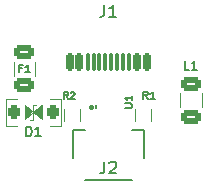
<source format=gto>
G04 #@! TF.GenerationSoftware,KiCad,Pcbnew,(5.99.0-10960-g5f1e9bc8a7)*
G04 #@! TF.CreationDate,2021-09-24T19:17:02+02:00*
G04 #@! TF.ProjectId,Unified-Daughterboard,556e6966-6965-4642-9d44-617567687465,C3*
G04 #@! TF.SameCoordinates,Original*
G04 #@! TF.FileFunction,Legend,Top*
G04 #@! TF.FilePolarity,Positive*
%FSLAX46Y46*%
G04 Gerber Fmt 4.6, Leading zero omitted, Abs format (unit mm)*
G04 Created by KiCad (PCBNEW (5.99.0-10960-g5f1e9bc8a7)) date 2021-09-24 19:17:02*
%MOMM*%
%LPD*%
G01*
G04 APERTURE LIST*
G04 Aperture macros list*
%AMRoundRect*
0 Rectangle with rounded corners*
0 $1 Rounding radius*
0 $2 $3 $4 $5 $6 $7 $8 $9 X,Y pos of 4 corners*
0 Add a 4 corners polygon primitive as box body*
4,1,4,$2,$3,$4,$5,$6,$7,$8,$9,$2,$3,0*
0 Add four circle primitives for the rounded corners*
1,1,$1+$1,$2,$3*
1,1,$1+$1,$4,$5*
1,1,$1+$1,$6,$7*
1,1,$1+$1,$8,$9*
0 Add four rect primitives between the rounded corners*
20,1,$1+$1,$2,$3,$4,$5,0*
20,1,$1+$1,$4,$5,$6,$7,0*
20,1,$1+$1,$6,$7,$8,$9,0*
20,1,$1+$1,$8,$9,$2,$3,0*%
G04 Aperture macros list end*
%ADD10C,0.150000*%
%ADD11C,0.200000*%
%ADD12C,0.127000*%
%ADD13C,0.152400*%
%ADD14C,0.120000*%
%ADD15C,0.101600*%
%ADD16C,0.100000*%
%ADD17C,0.400000*%
%ADD18C,3.500001*%
%ADD19C,0.650000*%
%ADD20RoundRect,0.150000X0.150000X0.575000X-0.150000X0.575000X-0.150000X-0.575000X0.150000X-0.575000X0*%
%ADD21RoundRect,0.075000X0.075000X0.650000X-0.075000X0.650000X-0.075000X-0.650000X0.075000X-0.650000X0*%
%ADD22O,1.100000X2.200000*%
%ADD23O,1.300000X1.900000*%
%ADD24R,1.200000X1.800000*%
%ADD25R,0.600000X1.550000*%
%ADD26RoundRect,0.250000X0.250000X0.350000X-0.250000X0.350000X-0.250000X-0.350000X0.250000X-0.350000X0*%
%ADD27RoundRect,0.250000X-0.625000X0.375000X-0.625000X-0.375000X0.625000X-0.375000X0.625000X0.375000X0*%
%ADD28RoundRect,0.125000X0.000000X-0.150000X0.000000X-0.150000X0.000000X0.150000X0.000000X0.150000X0*%
%ADD29R,0.250000X0.550000*%
%ADD30R,0.300000X0.550000*%
%ADD31R,0.900000X0.500000*%
%ADD32RoundRect,0.250000X0.625000X-0.375000X0.625000X0.375000X-0.625000X0.375000X-0.625000X-0.375000X0*%
G04 APERTURE END LIST*
D10*
X74669166Y-57795380D02*
X74669166Y-58509666D01*
X74621547Y-58652523D01*
X74526309Y-58747761D01*
X74383452Y-58795380D01*
X74288214Y-58795380D01*
X75669166Y-58795380D02*
X75097738Y-58795380D01*
X75383452Y-58795380D02*
X75383452Y-57795380D01*
X75288214Y-57938238D01*
X75192976Y-58033476D01*
X75097738Y-58081095D01*
X74675166Y-71056380D02*
X74675166Y-71770666D01*
X74627547Y-71913523D01*
X74532309Y-72008761D01*
X74389452Y-72056380D01*
X74294214Y-72056380D01*
X75103738Y-71151619D02*
X75151357Y-71104000D01*
X75246595Y-71056380D01*
X75484690Y-71056380D01*
X75579928Y-71104000D01*
X75627547Y-71151619D01*
X75675166Y-71246857D01*
X75675166Y-71342095D01*
X75627547Y-71484952D01*
X75056119Y-72056380D01*
X75675166Y-72056380D01*
D11*
X68062023Y-68902904D02*
X68062023Y-68102904D01*
X68252500Y-68102904D01*
X68366785Y-68141000D01*
X68442976Y-68217190D01*
X68481071Y-68293380D01*
X68519166Y-68445761D01*
X68519166Y-68560047D01*
X68481071Y-68712428D01*
X68442976Y-68788619D01*
X68366785Y-68864809D01*
X68252500Y-68902904D01*
X68062023Y-68902904D01*
X69281071Y-68902904D02*
X68823928Y-68902904D01*
X69052500Y-68902904D02*
X69052500Y-68102904D01*
X68976309Y-68217190D01*
X68900119Y-68293380D01*
X68823928Y-68331476D01*
D12*
X67678833Y-63161642D02*
X67467166Y-63161642D01*
X67467166Y-63494261D02*
X67467166Y-62859261D01*
X67769547Y-62859261D01*
X68344071Y-63494261D02*
X67981214Y-63494261D01*
X68162642Y-63494261D02*
X68162642Y-62859261D01*
X68102166Y-62949976D01*
X68041690Y-63010452D01*
X67981214Y-63040690D01*
D10*
X76401128Y-66483542D02*
X76886842Y-66483542D01*
X76943985Y-66454971D01*
X76972557Y-66426400D01*
X77001128Y-66369257D01*
X77001128Y-66254971D01*
X76972557Y-66197828D01*
X76943985Y-66169257D01*
X76886842Y-66140685D01*
X76401128Y-66140685D01*
X77001128Y-65540685D02*
X77001128Y-65883542D01*
X77001128Y-65712114D02*
X76401128Y-65712114D01*
X76486842Y-65769257D01*
X76543985Y-65826400D01*
X76572557Y-65883542D01*
D12*
X71603133Y-65742280D02*
X71408400Y-65464090D01*
X71269304Y-65742280D02*
X71269304Y-65158080D01*
X71491857Y-65158080D01*
X71547495Y-65185900D01*
X71575314Y-65213719D01*
X71603133Y-65269357D01*
X71603133Y-65352814D01*
X71575314Y-65408452D01*
X71547495Y-65436271D01*
X71491857Y-65464090D01*
X71269304Y-65464090D01*
X71825685Y-65213719D02*
X71853504Y-65185900D01*
X71909142Y-65158080D01*
X72048238Y-65158080D01*
X72103876Y-65185900D01*
X72131695Y-65213719D01*
X72159514Y-65269357D01*
X72159514Y-65324995D01*
X72131695Y-65408452D01*
X71797866Y-65742280D01*
X72159514Y-65742280D01*
X78325666Y-65765261D02*
X78114000Y-65462880D01*
X77962809Y-65765261D02*
X77962809Y-65130261D01*
X78204714Y-65130261D01*
X78265190Y-65160500D01*
X78295428Y-65190738D01*
X78325666Y-65251214D01*
X78325666Y-65341928D01*
X78295428Y-65402404D01*
X78265190Y-65432642D01*
X78204714Y-65462880D01*
X77962809Y-65462880D01*
X78930428Y-65765261D02*
X78567571Y-65765261D01*
X78749000Y-65765261D02*
X78749000Y-65130261D01*
X78688523Y-65220976D01*
X78628047Y-65281452D01*
X78567571Y-65311690D01*
D13*
X81860500Y-63282714D02*
X81497642Y-63282714D01*
X81497642Y-62520714D01*
X82513642Y-63282714D02*
X82078214Y-63282714D01*
X82295928Y-63282714D02*
X82295928Y-62520714D01*
X82223357Y-62629571D01*
X82150785Y-62702142D01*
X82078214Y-62738428D01*
D10*
X77004500Y-68393000D02*
X78004500Y-68393000D01*
X78004500Y-68393000D02*
X78004500Y-70793000D01*
X72004500Y-70793000D02*
X72004500Y-68393000D01*
X77004500Y-72593000D02*
X73004500Y-72593000D01*
X72004500Y-68393000D02*
X73004500Y-68393000D01*
D14*
X68652500Y-66255000D02*
X68652500Y-67525000D01*
D15*
X66302500Y-68040000D02*
X67252500Y-68040000D01*
X71002500Y-65740000D02*
X70052500Y-65740000D01*
X66302500Y-68040000D02*
X66302500Y-65740000D01*
X71002500Y-65740000D02*
X71002500Y-68040000D01*
D14*
X68652500Y-66255000D02*
X68906500Y-66255000D01*
X68652500Y-67525000D02*
X68398500Y-67525000D01*
D15*
X71002500Y-68040000D02*
X70052500Y-68040000D01*
X66302500Y-65740000D02*
X67252500Y-65740000D01*
D16*
X68652500Y-66890000D02*
X69363500Y-66290000D01*
X69363500Y-66290000D02*
X69363500Y-67490000D01*
X69363500Y-67490000D02*
X68652500Y-66890000D01*
G36*
X69363500Y-67490000D02*
G01*
X68652500Y-66890000D01*
X69363500Y-66290000D01*
X69363500Y-67490000D01*
G37*
X69363500Y-67490000D02*
X68652500Y-66890000D01*
X69363500Y-66290000D01*
X69363500Y-67490000D01*
X68652500Y-66890000D02*
X67941500Y-67490000D01*
X67941500Y-67490000D02*
X67941500Y-66290000D01*
X67941500Y-66290000D02*
X68652500Y-66890000D01*
G36*
X68652500Y-66890000D02*
G01*
X67941500Y-67490000D01*
X67941500Y-66290000D01*
X68652500Y-66890000D01*
G37*
X68652500Y-66890000D02*
X67941500Y-67490000D01*
X67941500Y-66290000D01*
X68652500Y-66890000D01*
D14*
X68800500Y-62604936D02*
X68800500Y-63809064D01*
X66980500Y-62604936D02*
X66980500Y-63809064D01*
D17*
X73502500Y-66426400D02*
G75*
G03*
X73502500Y-66426400I0J0D01*
G01*
D14*
X72634500Y-66629000D02*
X72634500Y-67629000D01*
X71274500Y-67629000D02*
X71274500Y-66629000D01*
X77243500Y-67629000D02*
X77243500Y-66629000D01*
X78603500Y-66629000D02*
X78603500Y-67629000D01*
X81077500Y-66476064D02*
X81077500Y-65271936D01*
X82897500Y-66476064D02*
X82897500Y-65271936D01*
%LPC*%
D18*
X82004500Y-58543000D03*
X68004500Y-58543000D03*
D19*
X77892500Y-61292000D03*
X72112500Y-61292000D03*
D20*
X78252500Y-62618000D03*
X77452500Y-62618000D03*
D21*
X76252500Y-62618000D03*
X75256500Y-62618000D03*
X74752500Y-62618000D03*
X73752500Y-62618000D03*
D20*
X71752500Y-62618000D03*
X72552500Y-62618000D03*
D21*
X73252500Y-62618000D03*
X74252500Y-62618000D03*
X75752500Y-62618000D03*
X76752500Y-62618000D03*
D22*
X79302500Y-61843000D03*
D23*
X70702500Y-57643000D03*
X79302500Y-57643000D03*
D22*
X70702500Y-61843000D03*
D24*
X77804500Y-71893000D03*
X72204500Y-71893000D03*
D25*
X73504500Y-68018000D03*
X74504500Y-68018000D03*
X75504500Y-68018000D03*
X76504500Y-68018000D03*
D26*
X70302500Y-66890000D03*
X67002500Y-66890000D03*
D18*
X82004500Y-71043000D03*
X68004500Y-71043000D03*
D27*
X67890500Y-61807000D03*
X67890500Y-64607000D03*
D28*
X74002500Y-66411400D03*
D29*
X74502500Y-66411400D03*
D30*
X75002500Y-66411400D03*
D29*
X75502500Y-66411400D03*
X76002500Y-66411400D03*
X76002500Y-65641400D03*
X75502500Y-65641400D03*
D30*
X75002500Y-65641400D03*
D29*
X74502500Y-65641400D03*
X74002500Y-65641400D03*
D31*
X71954500Y-66379000D03*
X71954500Y-67879000D03*
X77923500Y-66379000D03*
X77923500Y-67879000D03*
D32*
X81987500Y-67274000D03*
X81987500Y-64474000D03*
M02*

</source>
